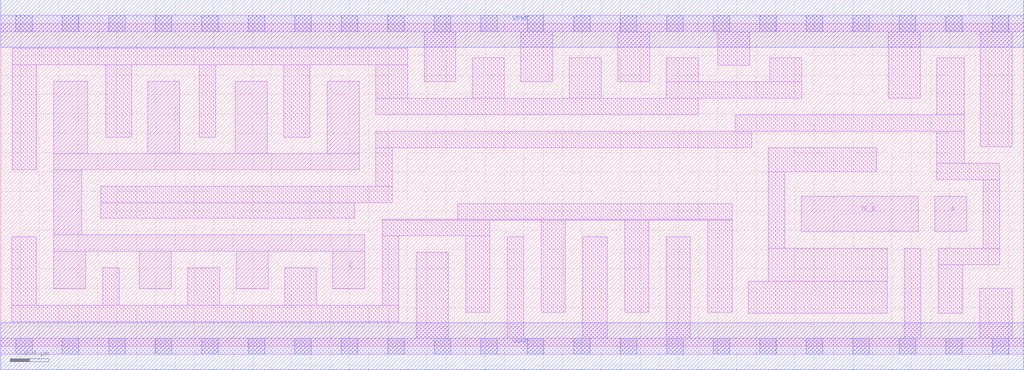
<source format=lef>
# Copyright 2020 The SkyWater PDK Authors
#
# Licensed under the Apache License, Version 2.0 (the "License");
# you may not use this file except in compliance with the License.
# You may obtain a copy of the License at
#
#     https://www.apache.org/licenses/LICENSE-2.0
#
# Unless required by applicable law or agreed to in writing, software
# distributed under the License is distributed on an "AS IS" BASIS,
# WITHOUT WARRANTIES OR CONDITIONS OF ANY KIND, either express or implied.
# See the License for the specific language governing permissions and
# limitations under the License.
#
# SPDX-License-Identifier: Apache-2.0

VERSION 5.7 ;
  NAMESCASESENSITIVE ON ;
  NOWIREEXTENSIONATPIN ON ;
  DIVIDERCHAR "/" ;
  BUSBITCHARS "[]" ;
UNITS
  DATABASE MICRONS 200 ;
END UNITS
MACRO sky130_fd_sc_hs__ebufn_8
  CLASS CORE ;
  SOURCE USER ;
  FOREIGN sky130_fd_sc_hs__ebufn_8 ;
  ORIGIN  0.000000  0.000000 ;
  SIZE  10.56000 BY  3.330000 ;
  SYMMETRY X Y ;
  SITE unit ;
  PIN A
    ANTENNAGATEAREA  0.558000 ;
    DIRECTION INPUT ;
    USE SIGNAL ;
    PORT
      LAYER li1 ;
        RECT 9.645000 1.180000 9.975000 1.550000 ;
    END
  END A
  PIN TE_B
    ANTENNAGATEAREA  1.623000 ;
    DIRECTION INPUT ;
    USE SIGNAL ;
    PORT
      LAYER li1 ;
        RECT 8.265000 1.180000 9.475000 1.550000 ;
    END
  END TE_B
  PIN Z
    ANTENNADIFFAREA  2.360500 ;
    DIRECTION OUTPUT ;
    USE SIGNAL ;
    PORT
      LAYER li1 ;
        RECT 0.545000 0.595000 0.875000 0.980000 ;
        RECT 0.545000 0.980000 3.760000 1.150000 ;
        RECT 0.545000 1.150000 0.835000 1.820000 ;
        RECT 0.545000 1.820000 3.700000 1.990000 ;
        RECT 0.545000 1.990000 0.900000 2.735000 ;
        RECT 1.430000 0.595000 1.760000 0.980000 ;
        RECT 1.520000 1.990000 1.850000 2.735000 ;
        RECT 2.420000 1.990000 2.750000 2.735000 ;
        RECT 2.430000 0.595000 2.760000 0.980000 ;
        RECT 3.370000 1.990000 3.700000 2.735000 ;
        RECT 3.430000 0.595000 3.760000 0.980000 ;
    END
  END Z
  PIN VGND
    DIRECTION INOUT ;
    USE GROUND ;
    PORT
      LAYER met1 ;
        RECT 0.000000 -0.245000 10.560000 0.245000 ;
    END
  END VGND
  PIN VPWR
    DIRECTION INOUT ;
    USE POWER ;
    PORT
      LAYER met1 ;
        RECT 0.000000 3.085000 10.560000 3.575000 ;
    END
  END VPWR
  OBS
    LAYER li1 ;
      RECT  0.000000 -0.085000 10.560000 0.085000 ;
      RECT  0.000000  3.245000 10.560000 3.415000 ;
      RECT  0.115000  0.255000  4.110000 0.425000 ;
      RECT  0.115000  0.425000  0.365000 1.130000 ;
      RECT  0.120000  1.820000  0.370000 2.905000 ;
      RECT  0.120000  2.905000  4.200000 3.075000 ;
      RECT  1.035000  1.320000  3.655000 1.480000 ;
      RECT  1.035000  1.480000  4.040000 1.650000 ;
      RECT  1.055000  0.425000  1.225000 0.810000 ;
      RECT  1.085000  2.160000  1.350000 2.905000 ;
      RECT  1.930000  0.425000  2.260000 0.810000 ;
      RECT  2.050000  2.160000  2.220000 2.905000 ;
      RECT  2.920000  2.160000  3.190000 2.905000 ;
      RECT  2.930000  0.425000  3.260000 0.810000 ;
      RECT  3.870000  1.650000  4.040000 2.050000 ;
      RECT  3.870000  2.050000  7.755000 2.220000 ;
      RECT  3.870000  2.390000  7.200000 2.560000 ;
      RECT  3.870000  2.560000  4.200000 2.905000 ;
      RECT  3.940000  0.425000  4.110000 1.140000 ;
      RECT  3.940000  1.140000  5.050000 1.300000 ;
      RECT  3.940000  1.300000  7.550000 1.310000 ;
      RECT  4.290000  0.085000  4.620000 0.970000 ;
      RECT  4.370000  2.730000  4.700000 3.245000 ;
      RECT  4.720000  1.310000  7.550000 1.470000 ;
      RECT  4.800000  0.350000  5.050000 1.140000 ;
      RECT  4.870000  2.560000  5.200000 2.980000 ;
      RECT  5.230000  0.085000  5.400000 1.130000 ;
      RECT  5.370000  2.730000  5.700000 3.245000 ;
      RECT  5.580000  0.350000  5.830000 1.300000 ;
      RECT  5.870000  2.560000  6.200000 2.980000 ;
      RECT  6.010000  0.085000  6.260000 1.130000 ;
      RECT  6.370000  2.730000  6.700000 3.245000 ;
      RECT  6.440000  0.350000  6.690000 1.300000 ;
      RECT  6.870000  0.085000  7.120000 1.130000 ;
      RECT  6.870000  2.560000  8.270000 2.730000 ;
      RECT  6.870000  2.730000  7.200000 2.980000 ;
      RECT  7.300000  0.350000  7.550000 1.300000 ;
      RECT  7.405000  2.900000  7.735000 3.245000 ;
      RECT  7.585000  2.220000  9.945000 2.390000 ;
      RECT  7.720000  0.340000  9.150000 0.670000 ;
      RECT  7.925000  0.670000  9.150000 1.010000 ;
      RECT  7.925000  1.010000  8.095000 1.800000 ;
      RECT  7.925000  1.800000  9.045000 2.050000 ;
      RECT  7.940000  2.730000  8.270000 2.980000 ;
      RECT  9.165000  2.560000  9.495000 3.245000 ;
      RECT  9.330000  0.085000  9.500000 1.010000 ;
      RECT  9.665000  1.720000 10.315000 1.890000 ;
      RECT  9.665000  1.890000  9.945000 2.220000 ;
      RECT  9.665000  2.390000  9.945000 2.980000 ;
      RECT  9.680000  0.340000  9.930000 0.840000 ;
      RECT  9.680000  0.840000 10.315000 1.010000 ;
      RECT 10.110000  0.085000 10.445000 0.600000 ;
      RECT 10.115000  2.060000 10.445000 3.245000 ;
      RECT 10.145000  1.010000 10.315000 1.720000 ;
    LAYER mcon ;
      RECT  0.155000 -0.085000  0.325000 0.085000 ;
      RECT  0.155000  3.245000  0.325000 3.415000 ;
      RECT  0.635000 -0.085000  0.805000 0.085000 ;
      RECT  0.635000  3.245000  0.805000 3.415000 ;
      RECT  1.115000 -0.085000  1.285000 0.085000 ;
      RECT  1.115000  3.245000  1.285000 3.415000 ;
      RECT  1.595000 -0.085000  1.765000 0.085000 ;
      RECT  1.595000  3.245000  1.765000 3.415000 ;
      RECT  2.075000 -0.085000  2.245000 0.085000 ;
      RECT  2.075000  3.245000  2.245000 3.415000 ;
      RECT  2.555000 -0.085000  2.725000 0.085000 ;
      RECT  2.555000  3.245000  2.725000 3.415000 ;
      RECT  3.035000 -0.085000  3.205000 0.085000 ;
      RECT  3.035000  3.245000  3.205000 3.415000 ;
      RECT  3.515000 -0.085000  3.685000 0.085000 ;
      RECT  3.515000  3.245000  3.685000 3.415000 ;
      RECT  3.995000 -0.085000  4.165000 0.085000 ;
      RECT  3.995000  3.245000  4.165000 3.415000 ;
      RECT  4.475000 -0.085000  4.645000 0.085000 ;
      RECT  4.475000  3.245000  4.645000 3.415000 ;
      RECT  4.955000 -0.085000  5.125000 0.085000 ;
      RECT  4.955000  3.245000  5.125000 3.415000 ;
      RECT  5.435000 -0.085000  5.605000 0.085000 ;
      RECT  5.435000  3.245000  5.605000 3.415000 ;
      RECT  5.915000 -0.085000  6.085000 0.085000 ;
      RECT  5.915000  3.245000  6.085000 3.415000 ;
      RECT  6.395000 -0.085000  6.565000 0.085000 ;
      RECT  6.395000  3.245000  6.565000 3.415000 ;
      RECT  6.875000 -0.085000  7.045000 0.085000 ;
      RECT  6.875000  3.245000  7.045000 3.415000 ;
      RECT  7.355000 -0.085000  7.525000 0.085000 ;
      RECT  7.355000  3.245000  7.525000 3.415000 ;
      RECT  7.835000 -0.085000  8.005000 0.085000 ;
      RECT  7.835000  3.245000  8.005000 3.415000 ;
      RECT  8.315000 -0.085000  8.485000 0.085000 ;
      RECT  8.315000  3.245000  8.485000 3.415000 ;
      RECT  8.795000 -0.085000  8.965000 0.085000 ;
      RECT  8.795000  3.245000  8.965000 3.415000 ;
      RECT  9.275000 -0.085000  9.445000 0.085000 ;
      RECT  9.275000  3.245000  9.445000 3.415000 ;
      RECT  9.755000 -0.085000  9.925000 0.085000 ;
      RECT  9.755000  3.245000  9.925000 3.415000 ;
      RECT 10.235000 -0.085000 10.405000 0.085000 ;
      RECT 10.235000  3.245000 10.405000 3.415000 ;
  END
END sky130_fd_sc_hs__ebufn_8
END LIBRARY

</source>
